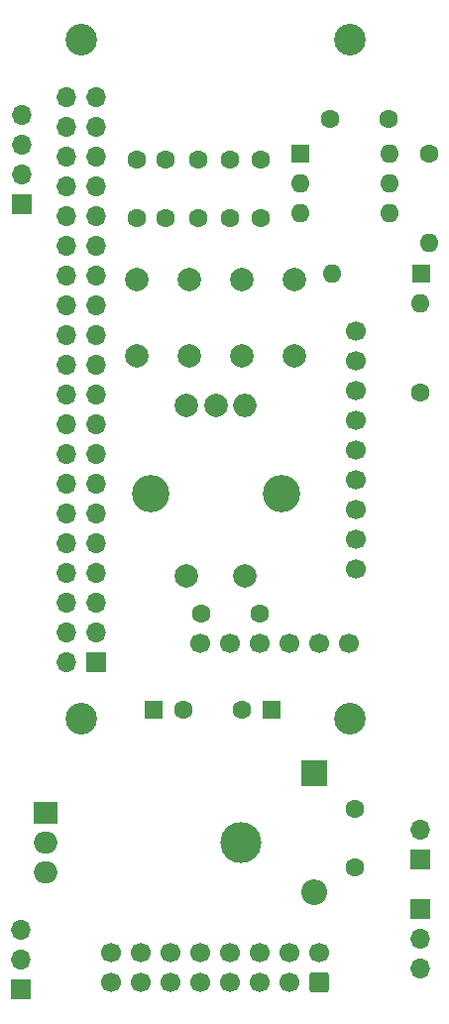
<source format=gbr>
%TF.GenerationSoftware,KiCad,Pcbnew,8.0.7*%
%TF.CreationDate,2025-02-20T21:39:26+00:00*%
%TF.ProjectId,RPi-MiniDexed-EuroRack,5250692d-4d69-46e6-9944-657865642d45,rev?*%
%TF.SameCoordinates,Original*%
%TF.FileFunction,Soldermask,Top*%
%TF.FilePolarity,Negative*%
%FSLAX46Y46*%
G04 Gerber Fmt 4.6, Leading zero omitted, Abs format (unit mm)*
G04 Created by KiCad (PCBNEW 8.0.7) date 2025-02-20 21:39:26*
%MOMM*%
%LPD*%
G01*
G04 APERTURE LIST*
G04 Aperture macros list*
%AMRoundRect*
0 Rectangle with rounded corners*
0 $1 Rounding radius*
0 $2 $3 $4 $5 $6 $7 $8 $9 X,Y pos of 4 corners*
0 Add a 4 corners polygon primitive as box body*
4,1,4,$2,$3,$4,$5,$6,$7,$8,$9,$2,$3,0*
0 Add four circle primitives for the rounded corners*
1,1,$1+$1,$2,$3*
1,1,$1+$1,$4,$5*
1,1,$1+$1,$6,$7*
1,1,$1+$1,$8,$9*
0 Add four rect primitives between the rounded corners*
20,1,$1+$1,$2,$3,$4,$5,0*
20,1,$1+$1,$4,$5,$6,$7,0*
20,1,$1+$1,$6,$7,$8,$9,0*
20,1,$1+$1,$8,$9,$2,$3,0*%
G04 Aperture macros list end*
%ADD10R,1.700000X1.700000*%
%ADD11O,1.700000X1.700000*%
%ADD12O,2.000000X1.905000*%
%ADD13R,2.000000X1.905000*%
%ADD14C,3.500000*%
%ADD15C,2.700000*%
%ADD16R,1.600000X1.600000*%
%ADD17O,1.600000X1.600000*%
%ADD18O,2.000000X2.000000*%
%ADD19C,2.000000*%
%ADD20C,3.200000*%
%ADD21C,1.600000*%
%ADD22O,2.200000X2.200000*%
%ADD23R,2.200000X2.200000*%
%ADD24RoundRect,0.250000X0.600000X-0.600000X0.600000X0.600000X-0.600000X0.600000X-0.600000X-0.600000X0*%
%ADD25C,1.700000*%
G04 APERTURE END LIST*
D10*
%TO.C,J9*%
X53350000Y-134625000D03*
D11*
X53350000Y-132085000D03*
X53350000Y-129545000D03*
%TD*%
D12*
%TO.C,U2*%
X55500000Y-124580000D03*
X55500000Y-122040000D03*
D13*
X55500000Y-119500000D03*
D14*
X72160000Y-122040000D03*
%TD*%
D13*
%TO.C,U3*%
X55500000Y-119500000D03*
D12*
X55500000Y-122040000D03*
X55500000Y-124580000D03*
%TD*%
D15*
%TO.C,MK1*%
X58500000Y-53500000D03*
%TD*%
D16*
%TO.C,U1*%
X77200000Y-63200000D03*
D17*
X77200000Y-65740000D03*
X77200000Y-68280000D03*
X84820000Y-68280000D03*
X84820000Y-65740000D03*
X84820000Y-63200000D03*
%TD*%
D15*
%TO.C,MK3*%
X58500000Y-111500000D03*
%TD*%
D18*
%TO.C,SW1*%
X72540000Y-84750000D03*
D19*
X67540000Y-84750000D03*
X70040000Y-84750000D03*
D20*
X75640000Y-92250000D03*
X64440000Y-92250000D03*
D19*
X67540000Y-99250000D03*
X72540000Y-99250000D03*
%TD*%
D21*
%TO.C,C7*%
X65750000Y-63750000D03*
X65750000Y-68750000D03*
%TD*%
%TO.C,C2*%
X68500000Y-68750000D03*
X68500000Y-63750000D03*
%TD*%
%TO.C,C5*%
X73750000Y-102500000D03*
X68750000Y-102500000D03*
%TD*%
D10*
%TO.C,J2*%
X53486000Y-67560000D03*
D11*
X53486000Y-65020000D03*
X53486000Y-62480000D03*
X53486000Y-59940000D03*
%TD*%
D10*
%TO.C,J7*%
X87500000Y-123525000D03*
D11*
X87500000Y-120985000D03*
%TD*%
D21*
%TO.C,C1*%
X84750000Y-60250000D03*
X79750000Y-60250000D03*
%TD*%
D15*
%TO.C,MK4*%
X81500000Y-111500000D03*
%TD*%
D21*
%TO.C,R2*%
X88250000Y-63250000D03*
D17*
X88250000Y-70870000D03*
%TD*%
D21*
%TO.C,C4*%
X73850000Y-68750000D03*
X73850000Y-63750000D03*
%TD*%
D10*
%TO.C,J6*%
X87500000Y-127750000D03*
D11*
X87500000Y-130290000D03*
X87500000Y-132830000D03*
%TD*%
D15*
%TO.C,MK2*%
X81500000Y-53500000D03*
%TD*%
D21*
%TO.C,C6*%
X63250000Y-63750000D03*
X63250000Y-68750000D03*
%TD*%
%TO.C,R1*%
X87500000Y-83620000D03*
D17*
X87500000Y-76000000D03*
%TD*%
D21*
%TO.C,C3*%
X71250000Y-68750000D03*
X71250000Y-63750000D03*
%TD*%
D19*
%TO.C,SW3*%
X76750000Y-74000000D03*
X76750000Y-80500000D03*
X72250000Y-74000000D03*
X72250000Y-80500000D03*
%TD*%
%TO.C,SW2*%
X67750000Y-74000000D03*
X67750000Y-80500000D03*
X63250000Y-74000000D03*
X63250000Y-80500000D03*
%TD*%
D16*
%TO.C,D1*%
X87560000Y-73500000D03*
D17*
X79940000Y-73500000D03*
%TD*%
D22*
%TO.C,D2*%
X78450000Y-126305000D03*
D23*
X78450000Y-116145000D03*
%TD*%
D10*
%TO.C,P1*%
X59770000Y-106630000D03*
D11*
X57230000Y-106630000D03*
X59770000Y-104090000D03*
X57230000Y-104090000D03*
X59770000Y-101550000D03*
X57230000Y-101550000D03*
X59770000Y-99010000D03*
X57230000Y-99010000D03*
X59770000Y-96470000D03*
X57230000Y-96470000D03*
X59770000Y-93930000D03*
X57230000Y-93930000D03*
X59770000Y-91390000D03*
X57230000Y-91390000D03*
X59770000Y-88850000D03*
X57230000Y-88850000D03*
X59770000Y-86310000D03*
X57230000Y-86310000D03*
X59770000Y-83770000D03*
X57230000Y-83770000D03*
X59770000Y-81230000D03*
X57230000Y-81230000D03*
X59770000Y-78690000D03*
X57230000Y-78690000D03*
X59770000Y-76150000D03*
X57230000Y-76150000D03*
X59770000Y-73610000D03*
X57230000Y-73610000D03*
X59770000Y-71070000D03*
X57230000Y-71070000D03*
X59770000Y-68530000D03*
X57230000Y-68530000D03*
X59770000Y-65990000D03*
X57230000Y-65990000D03*
X59770000Y-63450000D03*
X57230000Y-63450000D03*
X59770000Y-60910000D03*
X57230000Y-60910000D03*
X59770000Y-58370000D03*
X57230000Y-58370000D03*
%TD*%
D16*
%TO.C,C9*%
X74750000Y-110750000D03*
D21*
X72250000Y-110750000D03*
%TD*%
D24*
%TO.C,J8*%
X78870000Y-134000000D03*
D25*
X78870000Y-131460000D03*
X76330000Y-134000000D03*
X76330000Y-131460000D03*
X73790000Y-134000000D03*
X73790000Y-131460000D03*
X71250000Y-134000000D03*
X71250000Y-131460000D03*
X68710000Y-134000000D03*
X68710000Y-131460000D03*
X66170000Y-134000000D03*
X66170000Y-131460000D03*
X63630000Y-134000000D03*
X63630000Y-131460000D03*
X61090000Y-134000000D03*
X61090000Y-131460000D03*
%TD*%
D21*
%TO.C,C10*%
X81875000Y-119200000D03*
X81875000Y-124200000D03*
%TD*%
D16*
%TO.C,C8*%
X64750000Y-110750000D03*
D21*
X67250000Y-110750000D03*
%TD*%
D25*
%TO.C,A1*%
X81350000Y-105055000D03*
X78810000Y-105055000D03*
X76270000Y-105055000D03*
X73730000Y-105055000D03*
X71190000Y-105055000D03*
X68650000Y-105055000D03*
X81985000Y-78385000D03*
X81985000Y-80925000D03*
X81985000Y-83465000D03*
X81985000Y-86005000D03*
X81985000Y-88545000D03*
X81985000Y-91085000D03*
X81985000Y-93625000D03*
X81985000Y-96165000D03*
X81985000Y-98705000D03*
%TD*%
M02*

</source>
